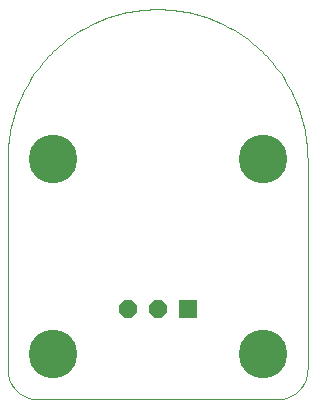
<source format=gbs>
G75*
%MOIN*%
%OFA0B0*%
%FSLAX25Y25*%
%IPPOS*%
%LPD*%
%AMOC8*
5,1,8,0,0,1.08239X$1,22.5*
%
%ADD10OC8,0.06000*%
%ADD11R,0.06000X0.06000*%
%ADD12C,0.00000*%
%ADD13C,0.16211*%
D10*
X0046800Y0054006D03*
X0056800Y0054006D03*
D11*
X0066800Y0054006D03*
D12*
X0096800Y0024006D02*
X0016800Y0024006D01*
X0016558Y0024009D01*
X0016317Y0024018D01*
X0016076Y0024032D01*
X0015835Y0024053D01*
X0015595Y0024079D01*
X0015355Y0024111D01*
X0015116Y0024149D01*
X0014879Y0024192D01*
X0014642Y0024242D01*
X0014407Y0024297D01*
X0014173Y0024357D01*
X0013941Y0024424D01*
X0013710Y0024495D01*
X0013481Y0024573D01*
X0013254Y0024656D01*
X0013029Y0024744D01*
X0012806Y0024838D01*
X0012586Y0024937D01*
X0012368Y0025042D01*
X0012153Y0025151D01*
X0011940Y0025266D01*
X0011730Y0025386D01*
X0011524Y0025511D01*
X0011320Y0025641D01*
X0011119Y0025776D01*
X0010922Y0025916D01*
X0010728Y0026060D01*
X0010538Y0026209D01*
X0010352Y0026363D01*
X0010169Y0026521D01*
X0009990Y0026683D01*
X0009815Y0026850D01*
X0009644Y0027021D01*
X0009477Y0027196D01*
X0009315Y0027375D01*
X0009157Y0027558D01*
X0009003Y0027744D01*
X0008854Y0027934D01*
X0008710Y0028128D01*
X0008570Y0028325D01*
X0008435Y0028526D01*
X0008305Y0028730D01*
X0008180Y0028936D01*
X0008060Y0029146D01*
X0007945Y0029359D01*
X0007836Y0029574D01*
X0007731Y0029792D01*
X0007632Y0030012D01*
X0007538Y0030235D01*
X0007450Y0030460D01*
X0007367Y0030687D01*
X0007289Y0030916D01*
X0007218Y0031147D01*
X0007151Y0031379D01*
X0007091Y0031613D01*
X0007036Y0031848D01*
X0006986Y0032085D01*
X0006943Y0032322D01*
X0006905Y0032561D01*
X0006873Y0032801D01*
X0006847Y0033041D01*
X0006826Y0033282D01*
X0006812Y0033523D01*
X0006803Y0033764D01*
X0006800Y0034006D01*
X0006800Y0104006D01*
X0006815Y0105224D01*
X0006859Y0106440D01*
X0006933Y0107656D01*
X0007037Y0108869D01*
X0007170Y0110079D01*
X0007333Y0111286D01*
X0007525Y0112488D01*
X0007746Y0113686D01*
X0007996Y0114878D01*
X0008275Y0116063D01*
X0008583Y0117241D01*
X0008920Y0118411D01*
X0009285Y0119573D01*
X0009678Y0120725D01*
X0010099Y0121868D01*
X0010548Y0122999D01*
X0011024Y0124120D01*
X0011528Y0125229D01*
X0012058Y0126325D01*
X0012615Y0127408D01*
X0013198Y0128477D01*
X0013806Y0129531D01*
X0014441Y0130571D01*
X0015100Y0131594D01*
X0015784Y0132602D01*
X0016493Y0133592D01*
X0017225Y0134565D01*
X0017981Y0135519D01*
X0018760Y0136455D01*
X0019561Y0137372D01*
X0020385Y0138269D01*
X0021230Y0139145D01*
X0022096Y0140001D01*
X0022983Y0140836D01*
X0023890Y0141648D01*
X0024816Y0142438D01*
X0025762Y0143206D01*
X0026725Y0143950D01*
X0027707Y0144670D01*
X0028706Y0145367D01*
X0029721Y0146039D01*
X0030753Y0146686D01*
X0031800Y0147307D01*
X0032862Y0147903D01*
X0033938Y0148473D01*
X0035027Y0149017D01*
X0036130Y0149533D01*
X0037245Y0150023D01*
X0038371Y0150486D01*
X0039508Y0150921D01*
X0040656Y0151328D01*
X0041813Y0151707D01*
X0042979Y0152058D01*
X0044153Y0152380D01*
X0045335Y0152674D01*
X0046524Y0152939D01*
X0047718Y0153174D01*
X0048918Y0153381D01*
X0050123Y0153558D01*
X0051331Y0153706D01*
X0052543Y0153824D01*
X0053758Y0153913D01*
X0054974Y0153973D01*
X0056191Y0154002D01*
X0057409Y0154002D01*
X0058626Y0153973D01*
X0059842Y0153913D01*
X0061057Y0153824D01*
X0062269Y0153706D01*
X0063477Y0153558D01*
X0064682Y0153381D01*
X0065882Y0153174D01*
X0067076Y0152939D01*
X0068265Y0152674D01*
X0069447Y0152380D01*
X0070621Y0152058D01*
X0071787Y0151707D01*
X0072944Y0151328D01*
X0074092Y0150921D01*
X0075229Y0150486D01*
X0076355Y0150023D01*
X0077470Y0149533D01*
X0078573Y0149017D01*
X0079662Y0148473D01*
X0080738Y0147903D01*
X0081800Y0147307D01*
X0082847Y0146686D01*
X0083879Y0146039D01*
X0084894Y0145367D01*
X0085893Y0144670D01*
X0086875Y0143950D01*
X0087838Y0143206D01*
X0088784Y0142438D01*
X0089710Y0141648D01*
X0090617Y0140836D01*
X0091504Y0140001D01*
X0092370Y0139145D01*
X0093215Y0138269D01*
X0094039Y0137372D01*
X0094840Y0136455D01*
X0095619Y0135519D01*
X0096375Y0134565D01*
X0097107Y0133592D01*
X0097816Y0132602D01*
X0098500Y0131594D01*
X0099159Y0130571D01*
X0099794Y0129531D01*
X0100402Y0128477D01*
X0100985Y0127408D01*
X0101542Y0126325D01*
X0102072Y0125229D01*
X0102576Y0124120D01*
X0103052Y0122999D01*
X0103501Y0121868D01*
X0103922Y0120725D01*
X0104315Y0119573D01*
X0104680Y0118411D01*
X0105017Y0117241D01*
X0105325Y0116063D01*
X0105604Y0114878D01*
X0105854Y0113686D01*
X0106075Y0112488D01*
X0106267Y0111286D01*
X0106430Y0110079D01*
X0106563Y0108869D01*
X0106667Y0107656D01*
X0106741Y0106440D01*
X0106785Y0105224D01*
X0106800Y0104006D01*
X0106800Y0034006D01*
X0106797Y0033764D01*
X0106788Y0033523D01*
X0106774Y0033282D01*
X0106753Y0033041D01*
X0106727Y0032801D01*
X0106695Y0032561D01*
X0106657Y0032322D01*
X0106614Y0032085D01*
X0106564Y0031848D01*
X0106509Y0031613D01*
X0106449Y0031379D01*
X0106382Y0031147D01*
X0106311Y0030916D01*
X0106233Y0030687D01*
X0106150Y0030460D01*
X0106062Y0030235D01*
X0105968Y0030012D01*
X0105869Y0029792D01*
X0105764Y0029574D01*
X0105655Y0029359D01*
X0105540Y0029146D01*
X0105420Y0028936D01*
X0105295Y0028730D01*
X0105165Y0028526D01*
X0105030Y0028325D01*
X0104890Y0028128D01*
X0104746Y0027934D01*
X0104597Y0027744D01*
X0104443Y0027558D01*
X0104285Y0027375D01*
X0104123Y0027196D01*
X0103956Y0027021D01*
X0103785Y0026850D01*
X0103610Y0026683D01*
X0103431Y0026521D01*
X0103248Y0026363D01*
X0103062Y0026209D01*
X0102872Y0026060D01*
X0102678Y0025916D01*
X0102481Y0025776D01*
X0102280Y0025641D01*
X0102076Y0025511D01*
X0101870Y0025386D01*
X0101660Y0025266D01*
X0101447Y0025151D01*
X0101232Y0025042D01*
X0101014Y0024937D01*
X0100794Y0024838D01*
X0100571Y0024744D01*
X0100346Y0024656D01*
X0100119Y0024573D01*
X0099890Y0024495D01*
X0099659Y0024424D01*
X0099427Y0024357D01*
X0099193Y0024297D01*
X0098958Y0024242D01*
X0098721Y0024192D01*
X0098484Y0024149D01*
X0098245Y0024111D01*
X0098005Y0024079D01*
X0097765Y0024053D01*
X0097524Y0024032D01*
X0097283Y0024018D01*
X0097042Y0024009D01*
X0096800Y0024006D01*
D13*
X0091800Y0039006D03*
X0091800Y0104006D03*
X0021800Y0104006D03*
X0021800Y0039006D03*
M02*

</source>
